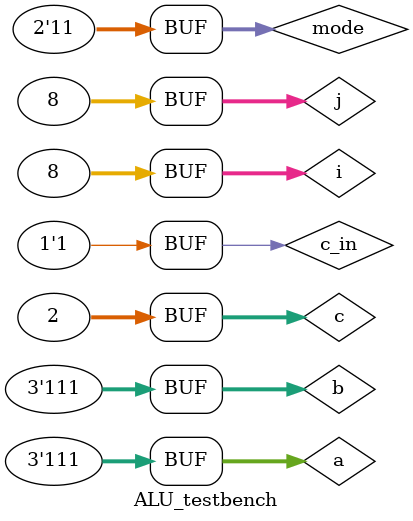
<source format=v>
`timescale 1ns / 1ps


module ALU_testbench(
        
    );
    
    reg [2:0] a;
    reg [2:0] b;
    reg c_in;
    reg [1:0] mode;
    wire c_out;
    wire [2:0] result;
    integer c, i, j;
    ALU a1(.a(a), .b(b), .mode(mode), .c_in(c_in), .result(result), .c_out(c_out));
    
    initial
    begin
        #50;
        a = 5;
        b = 1;
        mode = 0;
        for (c = 0; c < 2; c = c+1) begin
        for (i = 0; i < 8; i = i+1) begin
            for (j = 0; j < 8; j = j+1) begin
                c_in = c;
                a = i;
                b = j;
                #10;
            end        
        end
        end
        #50
        mode=1;
        for (c = 0; c < 2; c = c+1) begin
        for (i = 0; i < 8; i = i+1) begin
            for (j = 0; j < 8; j = j+1) begin
                c_in = c;
                a = i;
                b = j;
                #10;
            end        
        end
        end
        #50;
        mode = 2;
        for (c = 0; c < 2; c = c+1) begin
        for (i = 0; i < 8; i = i+1) begin
            for (j = 0; j < 8; j = j+1) begin
                c_in = c;
                a = i;
                b = j;
                #10;
            end        
        end
        end
        #50;
        mode = 3;
        for (c = 0; c < 2; c = c+1) begin
        for (i = 0; i < 8; i = i+1) begin
            for (j = 0; j < 8; j = j+1) begin
                c_in = c;
                a = i;
                b = j;
                #10;
            end        
        end
        end
    end
    
endmodule

</source>
